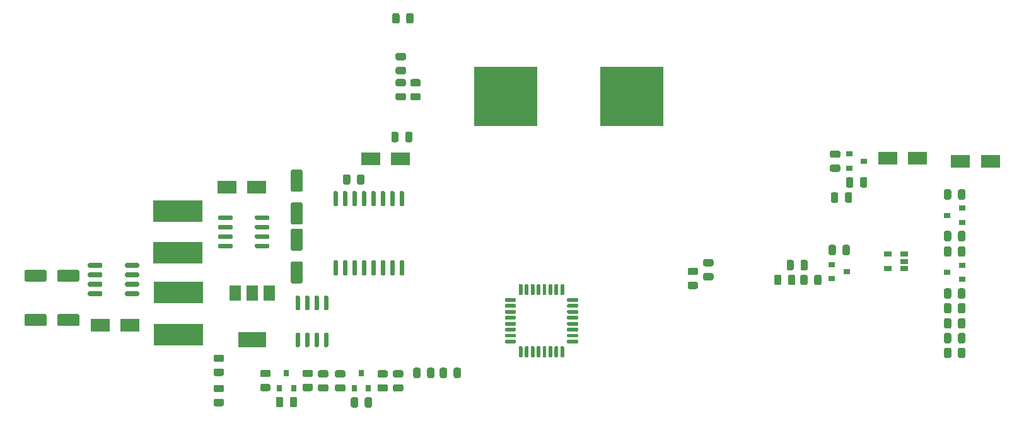
<source format=gbr>
G04 #@! TF.GenerationSoftware,KiCad,Pcbnew,(5.1.6)-1*
G04 #@! TF.CreationDate,2021-05-26T15:33:52+02:00*
G04 #@! TF.ProjectId,PowerSupplyPCB,506f7765-7253-4757-9070-6c795043422e,0.1*
G04 #@! TF.SameCoordinates,Original*
G04 #@! TF.FileFunction,Paste,Top*
G04 #@! TF.FilePolarity,Positive*
%FSLAX46Y46*%
G04 Gerber Fmt 4.6, Leading zero omitted, Abs format (unit mm)*
G04 Created by KiCad (PCBNEW (5.1.6)-1) date 2021-05-26 15:33:52*
%MOMM*%
%LPD*%
G01*
G04 APERTURE LIST*
%ADD10R,2.500000X1.800000*%
%ADD11R,6.600000X2.850000*%
%ADD12R,0.900000X0.800000*%
%ADD13R,3.800000X2.000000*%
%ADD14R,1.500000X2.000000*%
%ADD15R,8.500000X8.000000*%
%ADD16R,1.060000X0.650000*%
%ADD17R,0.800000X0.900000*%
G04 APERTURE END LIST*
G36*
G01*
X125402200Y-116663600D02*
X125702200Y-116663600D01*
G75*
G02*
X125852200Y-116813600I0J-150000D01*
G01*
X125852200Y-118463600D01*
G75*
G02*
X125702200Y-118613600I-150000J0D01*
G01*
X125402200Y-118613600D01*
G75*
G02*
X125252200Y-118463600I0J150000D01*
G01*
X125252200Y-116813600D01*
G75*
G02*
X125402200Y-116663600I150000J0D01*
G01*
G37*
G36*
G01*
X124132200Y-116663600D02*
X124432200Y-116663600D01*
G75*
G02*
X124582200Y-116813600I0J-150000D01*
G01*
X124582200Y-118463600D01*
G75*
G02*
X124432200Y-118613600I-150000J0D01*
G01*
X124132200Y-118613600D01*
G75*
G02*
X123982200Y-118463600I0J150000D01*
G01*
X123982200Y-116813600D01*
G75*
G02*
X124132200Y-116663600I150000J0D01*
G01*
G37*
G36*
G01*
X122862200Y-116663600D02*
X123162200Y-116663600D01*
G75*
G02*
X123312200Y-116813600I0J-150000D01*
G01*
X123312200Y-118463600D01*
G75*
G02*
X123162200Y-118613600I-150000J0D01*
G01*
X122862200Y-118613600D01*
G75*
G02*
X122712200Y-118463600I0J150000D01*
G01*
X122712200Y-116813600D01*
G75*
G02*
X122862200Y-116663600I150000J0D01*
G01*
G37*
G36*
G01*
X121592200Y-116663600D02*
X121892200Y-116663600D01*
G75*
G02*
X122042200Y-116813600I0J-150000D01*
G01*
X122042200Y-118463600D01*
G75*
G02*
X121892200Y-118613600I-150000J0D01*
G01*
X121592200Y-118613600D01*
G75*
G02*
X121442200Y-118463600I0J150000D01*
G01*
X121442200Y-116813600D01*
G75*
G02*
X121592200Y-116663600I150000J0D01*
G01*
G37*
G36*
G01*
X121592200Y-111713600D02*
X121892200Y-111713600D01*
G75*
G02*
X122042200Y-111863600I0J-150000D01*
G01*
X122042200Y-113513600D01*
G75*
G02*
X121892200Y-113663600I-150000J0D01*
G01*
X121592200Y-113663600D01*
G75*
G02*
X121442200Y-113513600I0J150000D01*
G01*
X121442200Y-111863600D01*
G75*
G02*
X121592200Y-111713600I150000J0D01*
G01*
G37*
G36*
G01*
X122862200Y-111713600D02*
X123162200Y-111713600D01*
G75*
G02*
X123312200Y-111863600I0J-150000D01*
G01*
X123312200Y-113513600D01*
G75*
G02*
X123162200Y-113663600I-150000J0D01*
G01*
X122862200Y-113663600D01*
G75*
G02*
X122712200Y-113513600I0J150000D01*
G01*
X122712200Y-111863600D01*
G75*
G02*
X122862200Y-111713600I150000J0D01*
G01*
G37*
G36*
G01*
X124132200Y-111713600D02*
X124432200Y-111713600D01*
G75*
G02*
X124582200Y-111863600I0J-150000D01*
G01*
X124582200Y-113513600D01*
G75*
G02*
X124432200Y-113663600I-150000J0D01*
G01*
X124132200Y-113663600D01*
G75*
G02*
X123982200Y-113513600I0J150000D01*
G01*
X123982200Y-111863600D01*
G75*
G02*
X124132200Y-111713600I150000J0D01*
G01*
G37*
G36*
G01*
X125402200Y-111713600D02*
X125702200Y-111713600D01*
G75*
G02*
X125852200Y-111863600I0J-150000D01*
G01*
X125852200Y-113513600D01*
G75*
G02*
X125702200Y-113663600I-150000J0D01*
G01*
X125402200Y-113663600D01*
G75*
G02*
X125252200Y-113513600I0J150000D01*
G01*
X125252200Y-111863600D01*
G75*
G02*
X125402200Y-111713600I150000J0D01*
G01*
G37*
G36*
G01*
X89447600Y-115510400D02*
X89447600Y-114410400D01*
G75*
G02*
X89697600Y-114160400I250000J0D01*
G01*
X92197600Y-114160400D01*
G75*
G02*
X92447600Y-114410400I0J-250000D01*
G01*
X92447600Y-115510400D01*
G75*
G02*
X92197600Y-115760400I-250000J0D01*
G01*
X89697600Y-115760400D01*
G75*
G02*
X89447600Y-115510400I0J250000D01*
G01*
G37*
G36*
G01*
X85047600Y-115510400D02*
X85047600Y-114410400D01*
G75*
G02*
X85297600Y-114160400I250000J0D01*
G01*
X87797600Y-114160400D01*
G75*
G02*
X88047600Y-114410400I0J-250000D01*
G01*
X88047600Y-115510400D01*
G75*
G02*
X87797600Y-115760400I-250000J0D01*
G01*
X85297600Y-115760400D01*
G75*
G02*
X85047600Y-115510400I0J250000D01*
G01*
G37*
G36*
G01*
X121065200Y-99150400D02*
X122165200Y-99150400D01*
G75*
G02*
X122415200Y-99400400I0J-250000D01*
G01*
X122415200Y-101900400D01*
G75*
G02*
X122165200Y-102150400I-250000J0D01*
G01*
X121065200Y-102150400D01*
G75*
G02*
X120815200Y-101900400I0J250000D01*
G01*
X120815200Y-99400400D01*
G75*
G02*
X121065200Y-99150400I250000J0D01*
G01*
G37*
G36*
G01*
X121065200Y-94750400D02*
X122165200Y-94750400D01*
G75*
G02*
X122415200Y-95000400I0J-250000D01*
G01*
X122415200Y-97500400D01*
G75*
G02*
X122165200Y-97750400I-250000J0D01*
G01*
X121065200Y-97750400D01*
G75*
G02*
X120815200Y-97500400I0J250000D01*
G01*
X120815200Y-95000400D01*
G75*
G02*
X121065200Y-94750400I250000J0D01*
G01*
G37*
G36*
G01*
X122165200Y-110075200D02*
X121065200Y-110075200D01*
G75*
G02*
X120815200Y-109825200I0J250000D01*
G01*
X120815200Y-107325200D01*
G75*
G02*
X121065200Y-107075200I250000J0D01*
G01*
X122165200Y-107075200D01*
G75*
G02*
X122415200Y-107325200I0J-250000D01*
G01*
X122415200Y-109825200D01*
G75*
G02*
X122165200Y-110075200I-250000J0D01*
G01*
G37*
G36*
G01*
X122165200Y-105675200D02*
X121065200Y-105675200D01*
G75*
G02*
X120815200Y-105425200I0J250000D01*
G01*
X120815200Y-102925200D01*
G75*
G02*
X121065200Y-102675200I250000J0D01*
G01*
X122165200Y-102675200D01*
G75*
G02*
X122415200Y-102925200I0J-250000D01*
G01*
X122415200Y-105425200D01*
G75*
G02*
X122165200Y-105675200I-250000J0D01*
G01*
G37*
G36*
G01*
X85047600Y-109566800D02*
X85047600Y-108466800D01*
G75*
G02*
X85297600Y-108216800I250000J0D01*
G01*
X87797600Y-108216800D01*
G75*
G02*
X88047600Y-108466800I0J-250000D01*
G01*
X88047600Y-109566800D01*
G75*
G02*
X87797600Y-109816800I-250000J0D01*
G01*
X85297600Y-109816800D01*
G75*
G02*
X85047600Y-109566800I0J250000D01*
G01*
G37*
G36*
G01*
X89447600Y-109566800D02*
X89447600Y-108466800D01*
G75*
G02*
X89697600Y-108216800I250000J0D01*
G01*
X92197600Y-108216800D01*
G75*
G02*
X92447600Y-108466800I0J-250000D01*
G01*
X92447600Y-109566800D01*
G75*
G02*
X92197600Y-109816800I-250000J0D01*
G01*
X89697600Y-109816800D01*
G75*
G02*
X89447600Y-109566800I0J250000D01*
G01*
G37*
G36*
G01*
X138022650Y-83573200D02*
X137110150Y-83573200D01*
G75*
G02*
X136866400Y-83329450I0J243750D01*
G01*
X136866400Y-82841950D01*
G75*
G02*
X137110150Y-82598200I243750J0D01*
G01*
X138022650Y-82598200D01*
G75*
G02*
X138266400Y-82841950I0J-243750D01*
G01*
X138266400Y-83329450D01*
G75*
G02*
X138022650Y-83573200I-243750J0D01*
G01*
G37*
G36*
G01*
X138022650Y-85448200D02*
X137110150Y-85448200D01*
G75*
G02*
X136866400Y-85204450I0J243750D01*
G01*
X136866400Y-84716950D01*
G75*
G02*
X137110150Y-84473200I243750J0D01*
G01*
X138022650Y-84473200D01*
G75*
G02*
X138266400Y-84716950I0J-243750D01*
G01*
X138266400Y-85204450D01*
G75*
G02*
X138022650Y-85448200I-243750J0D01*
G01*
G37*
G36*
G01*
X130685600Y-95631950D02*
X130685600Y-96544450D01*
G75*
G02*
X130441850Y-96788200I-243750J0D01*
G01*
X129954350Y-96788200D01*
G75*
G02*
X129710600Y-96544450I0J243750D01*
G01*
X129710600Y-95631950D01*
G75*
G02*
X129954350Y-95388200I243750J0D01*
G01*
X130441850Y-95388200D01*
G75*
G02*
X130685600Y-95631950I0J-243750D01*
G01*
G37*
G36*
G01*
X128810600Y-95631950D02*
X128810600Y-96544450D01*
G75*
G02*
X128566850Y-96788200I-243750J0D01*
G01*
X128079350Y-96788200D01*
G75*
G02*
X127835600Y-96544450I0J243750D01*
G01*
X127835600Y-95631950D01*
G75*
G02*
X128079350Y-95388200I243750J0D01*
G01*
X128566850Y-95388200D01*
G75*
G02*
X128810600Y-95631950I0J-243750D01*
G01*
G37*
G36*
G01*
X211381400Y-116942550D02*
X211381400Y-117855050D01*
G75*
G02*
X211137650Y-118098800I-243750J0D01*
G01*
X210650150Y-118098800D01*
G75*
G02*
X210406400Y-117855050I0J243750D01*
G01*
X210406400Y-116942550D01*
G75*
G02*
X210650150Y-116698800I243750J0D01*
G01*
X211137650Y-116698800D01*
G75*
G02*
X211381400Y-116942550I0J-243750D01*
G01*
G37*
G36*
G01*
X209506400Y-116942550D02*
X209506400Y-117855050D01*
G75*
G02*
X209262650Y-118098800I-243750J0D01*
G01*
X208775150Y-118098800D01*
G75*
G02*
X208531400Y-117855050I0J243750D01*
G01*
X208531400Y-116942550D01*
G75*
G02*
X208775150Y-116698800I243750J0D01*
G01*
X209262650Y-116698800D01*
G75*
G02*
X209506400Y-116942550I0J-243750D01*
G01*
G37*
G36*
G01*
X176429350Y-108654000D02*
X177341850Y-108654000D01*
G75*
G02*
X177585600Y-108897750I0J-243750D01*
G01*
X177585600Y-109385250D01*
G75*
G02*
X177341850Y-109629000I-243750J0D01*
G01*
X176429350Y-109629000D01*
G75*
G02*
X176185600Y-109385250I0J243750D01*
G01*
X176185600Y-108897750D01*
G75*
G02*
X176429350Y-108654000I243750J0D01*
G01*
G37*
G36*
G01*
X176429350Y-106779000D02*
X177341850Y-106779000D01*
G75*
G02*
X177585600Y-107022750I0J-243750D01*
G01*
X177585600Y-107510250D01*
G75*
G02*
X177341850Y-107754000I-243750J0D01*
G01*
X176429350Y-107754000D01*
G75*
G02*
X176185600Y-107510250I0J243750D01*
G01*
X176185600Y-107022750D01*
G75*
G02*
X176429350Y-106779000I243750J0D01*
G01*
G37*
G36*
G01*
X174346550Y-109822400D02*
X175259050Y-109822400D01*
G75*
G02*
X175502800Y-110066150I0J-243750D01*
G01*
X175502800Y-110553650D01*
G75*
G02*
X175259050Y-110797400I-243750J0D01*
G01*
X174346550Y-110797400D01*
G75*
G02*
X174102800Y-110553650I0J243750D01*
G01*
X174102800Y-110066150D01*
G75*
G02*
X174346550Y-109822400I243750J0D01*
G01*
G37*
G36*
G01*
X174346550Y-107947400D02*
X175259050Y-107947400D01*
G75*
G02*
X175502800Y-108191150I0J-243750D01*
G01*
X175502800Y-108678650D01*
G75*
G02*
X175259050Y-108922400I-243750J0D01*
G01*
X174346550Y-108922400D01*
G75*
G02*
X174102800Y-108678650I0J243750D01*
G01*
X174102800Y-108191150D01*
G75*
G02*
X174346550Y-107947400I243750J0D01*
G01*
G37*
D10*
X112249200Y-97078800D03*
X116249200Y-97078800D03*
X95231200Y-115620800D03*
X99231200Y-115620800D03*
X131578600Y-93294200D03*
X135578600Y-93294200D03*
X200996800Y-93256100D03*
X204996800Y-93256100D03*
D11*
X105664000Y-100299000D03*
X105664000Y-105949000D03*
X105765600Y-111271800D03*
X105765600Y-116921800D03*
D12*
X195799200Y-92674400D03*
X195799200Y-94574400D03*
X197799200Y-93624400D03*
X210956400Y-101838800D03*
X210956400Y-99938800D03*
X208956400Y-100888800D03*
X208956400Y-108559600D03*
X210956400Y-107609600D03*
X210956400Y-109509600D03*
X195462400Y-108458000D03*
X193462400Y-109408000D03*
X193462400Y-107508000D03*
G36*
G01*
X136041450Y-81943000D02*
X135128950Y-81943000D01*
G75*
G02*
X134885200Y-81699250I0J243750D01*
G01*
X134885200Y-81211750D01*
G75*
G02*
X135128950Y-80968000I243750J0D01*
G01*
X136041450Y-80968000D01*
G75*
G02*
X136285200Y-81211750I0J-243750D01*
G01*
X136285200Y-81699250D01*
G75*
G02*
X136041450Y-81943000I-243750J0D01*
G01*
G37*
G36*
G01*
X136041450Y-80068000D02*
X135128950Y-80068000D01*
G75*
G02*
X134885200Y-79824250I0J243750D01*
G01*
X134885200Y-79336750D01*
G75*
G02*
X135128950Y-79093000I243750J0D01*
G01*
X136041450Y-79093000D01*
G75*
G02*
X136285200Y-79336750I0J-243750D01*
G01*
X136285200Y-79824250D01*
G75*
G02*
X136041450Y-80068000I-243750J0D01*
G01*
G37*
G36*
G01*
X136041450Y-83573200D02*
X135128950Y-83573200D01*
G75*
G02*
X134885200Y-83329450I0J243750D01*
G01*
X134885200Y-82841950D01*
G75*
G02*
X135128950Y-82598200I243750J0D01*
G01*
X136041450Y-82598200D01*
G75*
G02*
X136285200Y-82841950I0J-243750D01*
G01*
X136285200Y-83329450D01*
G75*
G02*
X136041450Y-83573200I-243750J0D01*
G01*
G37*
G36*
G01*
X136041450Y-85448200D02*
X135128950Y-85448200D01*
G75*
G02*
X134885200Y-85204450I0J243750D01*
G01*
X134885200Y-84716950D01*
G75*
G02*
X135128950Y-84473200I243750J0D01*
G01*
X136041450Y-84473200D01*
G75*
G02*
X136285200Y-84716950I0J-243750D01*
G01*
X136285200Y-85204450D01*
G75*
G02*
X136041450Y-85448200I-243750J0D01*
G01*
G37*
G36*
G01*
X136314600Y-74890950D02*
X136314600Y-73978450D01*
G75*
G02*
X136558350Y-73734700I243750J0D01*
G01*
X137045850Y-73734700D01*
G75*
G02*
X137289600Y-73978450I0J-243750D01*
G01*
X137289600Y-74890950D01*
G75*
G02*
X137045850Y-75134700I-243750J0D01*
G01*
X136558350Y-75134700D01*
G75*
G02*
X136314600Y-74890950I0J243750D01*
G01*
G37*
G36*
G01*
X134439600Y-74890950D02*
X134439600Y-73978450D01*
G75*
G02*
X134683350Y-73734700I243750J0D01*
G01*
X135170850Y-73734700D01*
G75*
G02*
X135414600Y-73978450I0J-243750D01*
G01*
X135414600Y-74890950D01*
G75*
G02*
X135170850Y-75134700I-243750J0D01*
G01*
X134683350Y-75134700D01*
G75*
G02*
X134439600Y-74890950I0J243750D01*
G01*
G37*
G36*
G01*
X134312600Y-90829450D02*
X134312600Y-89916950D01*
G75*
G02*
X134556350Y-89673200I243750J0D01*
G01*
X135043850Y-89673200D01*
G75*
G02*
X135287600Y-89916950I0J-243750D01*
G01*
X135287600Y-90829450D01*
G75*
G02*
X135043850Y-91073200I-243750J0D01*
G01*
X134556350Y-91073200D01*
G75*
G02*
X134312600Y-90829450I0J243750D01*
G01*
G37*
G36*
G01*
X136187600Y-90829450D02*
X136187600Y-89916950D01*
G75*
G02*
X136431350Y-89673200I243750J0D01*
G01*
X136918850Y-89673200D01*
G75*
G02*
X137162600Y-89916950I0J-243750D01*
G01*
X137162600Y-90829450D01*
G75*
G02*
X136918850Y-91073200I-243750J0D01*
G01*
X136431350Y-91073200D01*
G75*
G02*
X136187600Y-90829450I0J243750D01*
G01*
G37*
G36*
G01*
X195374200Y-96925450D02*
X195374200Y-96012950D01*
G75*
G02*
X195617950Y-95769200I243750J0D01*
G01*
X196105450Y-95769200D01*
G75*
G02*
X196349200Y-96012950I0J-243750D01*
G01*
X196349200Y-96925450D01*
G75*
G02*
X196105450Y-97169200I-243750J0D01*
G01*
X195617950Y-97169200D01*
G75*
G02*
X195374200Y-96925450I0J243750D01*
G01*
G37*
G36*
G01*
X197249200Y-96925450D02*
X197249200Y-96012950D01*
G75*
G02*
X197492950Y-95769200I243750J0D01*
G01*
X197980450Y-95769200D01*
G75*
G02*
X198224200Y-96012950I0J-243750D01*
G01*
X198224200Y-96925450D01*
G75*
G02*
X197980450Y-97169200I-243750J0D01*
G01*
X197492950Y-97169200D01*
G75*
G02*
X197249200Y-96925450I0J243750D01*
G01*
G37*
G36*
G01*
X193447350Y-94074400D02*
X194359850Y-94074400D01*
G75*
G02*
X194603600Y-94318150I0J-243750D01*
G01*
X194603600Y-94805650D01*
G75*
G02*
X194359850Y-95049400I-243750J0D01*
G01*
X193447350Y-95049400D01*
G75*
G02*
X193203600Y-94805650I0J243750D01*
G01*
X193203600Y-94318150D01*
G75*
G02*
X193447350Y-94074400I243750J0D01*
G01*
G37*
G36*
G01*
X193447350Y-92199400D02*
X194359850Y-92199400D01*
G75*
G02*
X194603600Y-92443150I0J-243750D01*
G01*
X194603600Y-92930650D01*
G75*
G02*
X194359850Y-93174400I-243750J0D01*
G01*
X193447350Y-93174400D01*
G75*
G02*
X193203600Y-92930650I0J243750D01*
G01*
X193203600Y-92443150D01*
G75*
G02*
X193447350Y-92199400I243750J0D01*
G01*
G37*
G36*
G01*
X211381400Y-97638550D02*
X211381400Y-98551050D01*
G75*
G02*
X211137650Y-98794800I-243750J0D01*
G01*
X210650150Y-98794800D01*
G75*
G02*
X210406400Y-98551050I0J243750D01*
G01*
X210406400Y-97638550D01*
G75*
G02*
X210650150Y-97394800I243750J0D01*
G01*
X211137650Y-97394800D01*
G75*
G02*
X211381400Y-97638550I0J-243750D01*
G01*
G37*
G36*
G01*
X209506400Y-97638550D02*
X209506400Y-98551050D01*
G75*
G02*
X209262650Y-98794800I-243750J0D01*
G01*
X208775150Y-98794800D01*
G75*
G02*
X208531400Y-98551050I0J243750D01*
G01*
X208531400Y-97638550D01*
G75*
G02*
X208775150Y-97394800I243750J0D01*
G01*
X209262650Y-97394800D01*
G75*
G02*
X209506400Y-97638550I0J-243750D01*
G01*
G37*
G36*
G01*
X211381400Y-105309350D02*
X211381400Y-106221850D01*
G75*
G02*
X211137650Y-106465600I-243750J0D01*
G01*
X210650150Y-106465600D01*
G75*
G02*
X210406400Y-106221850I0J243750D01*
G01*
X210406400Y-105309350D01*
G75*
G02*
X210650150Y-105065600I243750J0D01*
G01*
X211137650Y-105065600D01*
G75*
G02*
X211381400Y-105309350I0J-243750D01*
G01*
G37*
G36*
G01*
X209506400Y-105309350D02*
X209506400Y-106221850D01*
G75*
G02*
X209262650Y-106465600I-243750J0D01*
G01*
X208775150Y-106465600D01*
G75*
G02*
X208531400Y-106221850I0J243750D01*
G01*
X208531400Y-105309350D01*
G75*
G02*
X208775150Y-105065600I243750J0D01*
G01*
X209262650Y-105065600D01*
G75*
G02*
X209506400Y-105309350I0J-243750D01*
G01*
G37*
G36*
G01*
X210406400Y-115873850D02*
X210406400Y-114961350D01*
G75*
G02*
X210650150Y-114717600I243750J0D01*
G01*
X211137650Y-114717600D01*
G75*
G02*
X211381400Y-114961350I0J-243750D01*
G01*
X211381400Y-115873850D01*
G75*
G02*
X211137650Y-116117600I-243750J0D01*
G01*
X210650150Y-116117600D01*
G75*
G02*
X210406400Y-115873850I0J243750D01*
G01*
G37*
G36*
G01*
X208531400Y-115873850D02*
X208531400Y-114961350D01*
G75*
G02*
X208775150Y-114717600I243750J0D01*
G01*
X209262650Y-114717600D01*
G75*
G02*
X209506400Y-114961350I0J-243750D01*
G01*
X209506400Y-115873850D01*
G75*
G02*
X209262650Y-116117600I-243750J0D01*
G01*
X208775150Y-116117600D01*
G75*
G02*
X208531400Y-115873850I0J243750D01*
G01*
G37*
G36*
G01*
X209506400Y-103226550D02*
X209506400Y-104139050D01*
G75*
G02*
X209262650Y-104382800I-243750J0D01*
G01*
X208775150Y-104382800D01*
G75*
G02*
X208531400Y-104139050I0J243750D01*
G01*
X208531400Y-103226550D01*
G75*
G02*
X208775150Y-102982800I243750J0D01*
G01*
X209262650Y-102982800D01*
G75*
G02*
X209506400Y-103226550I0J-243750D01*
G01*
G37*
G36*
G01*
X211381400Y-103226550D02*
X211381400Y-104139050D01*
G75*
G02*
X211137650Y-104382800I-243750J0D01*
G01*
X210650150Y-104382800D01*
G75*
G02*
X210406400Y-104139050I0J243750D01*
G01*
X210406400Y-103226550D01*
G75*
G02*
X210650150Y-102982800I243750J0D01*
G01*
X211137650Y-102982800D01*
G75*
G02*
X211381400Y-103226550I0J-243750D01*
G01*
G37*
G36*
G01*
X211381400Y-110948150D02*
X211381400Y-111860650D01*
G75*
G02*
X211137650Y-112104400I-243750J0D01*
G01*
X210650150Y-112104400D01*
G75*
G02*
X210406400Y-111860650I0J243750D01*
G01*
X210406400Y-110948150D01*
G75*
G02*
X210650150Y-110704400I243750J0D01*
G01*
X211137650Y-110704400D01*
G75*
G02*
X211381400Y-110948150I0J-243750D01*
G01*
G37*
G36*
G01*
X209506400Y-110948150D02*
X209506400Y-111860650D01*
G75*
G02*
X209262650Y-112104400I-243750J0D01*
G01*
X208775150Y-112104400D01*
G75*
G02*
X208531400Y-111860650I0J243750D01*
G01*
X208531400Y-110948150D01*
G75*
G02*
X208775150Y-110704400I243750J0D01*
G01*
X209262650Y-110704400D01*
G75*
G02*
X209506400Y-110948150I0J-243750D01*
G01*
G37*
G36*
G01*
X190248600Y-107138150D02*
X190248600Y-108050650D01*
G75*
G02*
X190004850Y-108294400I-243750J0D01*
G01*
X189517350Y-108294400D01*
G75*
G02*
X189273600Y-108050650I0J243750D01*
G01*
X189273600Y-107138150D01*
G75*
G02*
X189517350Y-106894400I243750J0D01*
G01*
X190004850Y-106894400D01*
G75*
G02*
X190248600Y-107138150I0J-243750D01*
G01*
G37*
G36*
G01*
X188373600Y-107138150D02*
X188373600Y-108050650D01*
G75*
G02*
X188129850Y-108294400I-243750J0D01*
G01*
X187642350Y-108294400D01*
G75*
G02*
X187398600Y-108050650I0J243750D01*
G01*
X187398600Y-107138150D01*
G75*
G02*
X187642350Y-106894400I243750J0D01*
G01*
X188129850Y-106894400D01*
G75*
G02*
X188373600Y-107138150I0J-243750D01*
G01*
G37*
G36*
G01*
X186697200Y-109119350D02*
X186697200Y-110031850D01*
G75*
G02*
X186453450Y-110275600I-243750J0D01*
G01*
X185965950Y-110275600D01*
G75*
G02*
X185722200Y-110031850I0J243750D01*
G01*
X185722200Y-109119350D01*
G75*
G02*
X185965950Y-108875600I243750J0D01*
G01*
X186453450Y-108875600D01*
G75*
G02*
X186697200Y-109119350I0J-243750D01*
G01*
G37*
G36*
G01*
X188572200Y-109119350D02*
X188572200Y-110031850D01*
G75*
G02*
X188328450Y-110275600I-243750J0D01*
G01*
X187840950Y-110275600D01*
G75*
G02*
X187597200Y-110031850I0J243750D01*
G01*
X187597200Y-109119350D01*
G75*
G02*
X187840950Y-108875600I243750J0D01*
G01*
X188328450Y-108875600D01*
G75*
G02*
X188572200Y-109119350I0J-243750D01*
G01*
G37*
G36*
G01*
X192077400Y-109119350D02*
X192077400Y-110031850D01*
G75*
G02*
X191833650Y-110275600I-243750J0D01*
G01*
X191346150Y-110275600D01*
G75*
G02*
X191102400Y-110031850I0J243750D01*
G01*
X191102400Y-109119350D01*
G75*
G02*
X191346150Y-108875600I243750J0D01*
G01*
X191833650Y-108875600D01*
G75*
G02*
X192077400Y-109119350I0J-243750D01*
G01*
G37*
G36*
G01*
X190202400Y-109119350D02*
X190202400Y-110031850D01*
G75*
G02*
X189958650Y-110275600I-243750J0D01*
G01*
X189471150Y-110275600D01*
G75*
G02*
X189227400Y-110031850I0J243750D01*
G01*
X189227400Y-109119350D01*
G75*
G02*
X189471150Y-108875600I243750J0D01*
G01*
X189958650Y-108875600D01*
G75*
G02*
X190202400Y-109119350I0J-243750D01*
G01*
G37*
G36*
G01*
X194012400Y-105106150D02*
X194012400Y-106018650D01*
G75*
G02*
X193768650Y-106262400I-243750J0D01*
G01*
X193281150Y-106262400D01*
G75*
G02*
X193037400Y-106018650I0J243750D01*
G01*
X193037400Y-105106150D01*
G75*
G02*
X193281150Y-104862400I243750J0D01*
G01*
X193768650Y-104862400D01*
G75*
G02*
X194012400Y-105106150I0J-243750D01*
G01*
G37*
G36*
G01*
X195887400Y-105106150D02*
X195887400Y-106018650D01*
G75*
G02*
X195643650Y-106262400I-243750J0D01*
G01*
X195156150Y-106262400D01*
G75*
G02*
X194912400Y-106018650I0J243750D01*
G01*
X194912400Y-105106150D01*
G75*
G02*
X195156150Y-104862400I243750J0D01*
G01*
X195643650Y-104862400D01*
G75*
G02*
X195887400Y-105106150I0J-243750D01*
G01*
G37*
G36*
G01*
X111053200Y-101369000D02*
X111053200Y-101069000D01*
G75*
G02*
X111203200Y-100919000I150000J0D01*
G01*
X112853200Y-100919000D01*
G75*
G02*
X113003200Y-101069000I0J-150000D01*
G01*
X113003200Y-101369000D01*
G75*
G02*
X112853200Y-101519000I-150000J0D01*
G01*
X111203200Y-101519000D01*
G75*
G02*
X111053200Y-101369000I0J150000D01*
G01*
G37*
G36*
G01*
X111053200Y-102639000D02*
X111053200Y-102339000D01*
G75*
G02*
X111203200Y-102189000I150000J0D01*
G01*
X112853200Y-102189000D01*
G75*
G02*
X113003200Y-102339000I0J-150000D01*
G01*
X113003200Y-102639000D01*
G75*
G02*
X112853200Y-102789000I-150000J0D01*
G01*
X111203200Y-102789000D01*
G75*
G02*
X111053200Y-102639000I0J150000D01*
G01*
G37*
G36*
G01*
X111053200Y-103909000D02*
X111053200Y-103609000D01*
G75*
G02*
X111203200Y-103459000I150000J0D01*
G01*
X112853200Y-103459000D01*
G75*
G02*
X113003200Y-103609000I0J-150000D01*
G01*
X113003200Y-103909000D01*
G75*
G02*
X112853200Y-104059000I-150000J0D01*
G01*
X111203200Y-104059000D01*
G75*
G02*
X111053200Y-103909000I0J150000D01*
G01*
G37*
G36*
G01*
X111053200Y-105179000D02*
X111053200Y-104879000D01*
G75*
G02*
X111203200Y-104729000I150000J0D01*
G01*
X112853200Y-104729000D01*
G75*
G02*
X113003200Y-104879000I0J-150000D01*
G01*
X113003200Y-105179000D01*
G75*
G02*
X112853200Y-105329000I-150000J0D01*
G01*
X111203200Y-105329000D01*
G75*
G02*
X111053200Y-105179000I0J150000D01*
G01*
G37*
G36*
G01*
X116003200Y-105179000D02*
X116003200Y-104879000D01*
G75*
G02*
X116153200Y-104729000I150000J0D01*
G01*
X117803200Y-104729000D01*
G75*
G02*
X117953200Y-104879000I0J-150000D01*
G01*
X117953200Y-105179000D01*
G75*
G02*
X117803200Y-105329000I-150000J0D01*
G01*
X116153200Y-105329000D01*
G75*
G02*
X116003200Y-105179000I0J150000D01*
G01*
G37*
G36*
G01*
X116003200Y-103909000D02*
X116003200Y-103609000D01*
G75*
G02*
X116153200Y-103459000I150000J0D01*
G01*
X117803200Y-103459000D01*
G75*
G02*
X117953200Y-103609000I0J-150000D01*
G01*
X117953200Y-103909000D01*
G75*
G02*
X117803200Y-104059000I-150000J0D01*
G01*
X116153200Y-104059000D01*
G75*
G02*
X116003200Y-103909000I0J150000D01*
G01*
G37*
G36*
G01*
X116003200Y-102639000D02*
X116003200Y-102339000D01*
G75*
G02*
X116153200Y-102189000I150000J0D01*
G01*
X117803200Y-102189000D01*
G75*
G02*
X117953200Y-102339000I0J-150000D01*
G01*
X117953200Y-102639000D01*
G75*
G02*
X117803200Y-102789000I-150000J0D01*
G01*
X116153200Y-102789000D01*
G75*
G02*
X116003200Y-102639000I0J150000D01*
G01*
G37*
G36*
G01*
X116003200Y-101369000D02*
X116003200Y-101069000D01*
G75*
G02*
X116153200Y-100919000I150000J0D01*
G01*
X117803200Y-100919000D01*
G75*
G02*
X117953200Y-101069000I0J-150000D01*
G01*
X117953200Y-101369000D01*
G75*
G02*
X117803200Y-101519000I-150000J0D01*
G01*
X116153200Y-101519000D01*
G75*
G02*
X116003200Y-101369000I0J150000D01*
G01*
G37*
G36*
G01*
X100478000Y-111279800D02*
X100478000Y-111579800D01*
G75*
G02*
X100328000Y-111729800I-150000J0D01*
G01*
X98678000Y-111729800D01*
G75*
G02*
X98528000Y-111579800I0J150000D01*
G01*
X98528000Y-111279800D01*
G75*
G02*
X98678000Y-111129800I150000J0D01*
G01*
X100328000Y-111129800D01*
G75*
G02*
X100478000Y-111279800I0J-150000D01*
G01*
G37*
G36*
G01*
X100478000Y-110009800D02*
X100478000Y-110309800D01*
G75*
G02*
X100328000Y-110459800I-150000J0D01*
G01*
X98678000Y-110459800D01*
G75*
G02*
X98528000Y-110309800I0J150000D01*
G01*
X98528000Y-110009800D01*
G75*
G02*
X98678000Y-109859800I150000J0D01*
G01*
X100328000Y-109859800D01*
G75*
G02*
X100478000Y-110009800I0J-150000D01*
G01*
G37*
G36*
G01*
X100478000Y-108739800D02*
X100478000Y-109039800D01*
G75*
G02*
X100328000Y-109189800I-150000J0D01*
G01*
X98678000Y-109189800D01*
G75*
G02*
X98528000Y-109039800I0J150000D01*
G01*
X98528000Y-108739800D01*
G75*
G02*
X98678000Y-108589800I150000J0D01*
G01*
X100328000Y-108589800D01*
G75*
G02*
X100478000Y-108739800I0J-150000D01*
G01*
G37*
G36*
G01*
X100478000Y-107469800D02*
X100478000Y-107769800D01*
G75*
G02*
X100328000Y-107919800I-150000J0D01*
G01*
X98678000Y-107919800D01*
G75*
G02*
X98528000Y-107769800I0J150000D01*
G01*
X98528000Y-107469800D01*
G75*
G02*
X98678000Y-107319800I150000J0D01*
G01*
X100328000Y-107319800D01*
G75*
G02*
X100478000Y-107469800I0J-150000D01*
G01*
G37*
G36*
G01*
X95528000Y-107469800D02*
X95528000Y-107769800D01*
G75*
G02*
X95378000Y-107919800I-150000J0D01*
G01*
X93728000Y-107919800D01*
G75*
G02*
X93578000Y-107769800I0J150000D01*
G01*
X93578000Y-107469800D01*
G75*
G02*
X93728000Y-107319800I150000J0D01*
G01*
X95378000Y-107319800D01*
G75*
G02*
X95528000Y-107469800I0J-150000D01*
G01*
G37*
G36*
G01*
X95528000Y-108739800D02*
X95528000Y-109039800D01*
G75*
G02*
X95378000Y-109189800I-150000J0D01*
G01*
X93728000Y-109189800D01*
G75*
G02*
X93578000Y-109039800I0J150000D01*
G01*
X93578000Y-108739800D01*
G75*
G02*
X93728000Y-108589800I150000J0D01*
G01*
X95378000Y-108589800D01*
G75*
G02*
X95528000Y-108739800I0J-150000D01*
G01*
G37*
G36*
G01*
X95528000Y-110009800D02*
X95528000Y-110309800D01*
G75*
G02*
X95378000Y-110459800I-150000J0D01*
G01*
X93728000Y-110459800D01*
G75*
G02*
X93578000Y-110309800I0J150000D01*
G01*
X93578000Y-110009800D01*
G75*
G02*
X93728000Y-109859800I150000J0D01*
G01*
X95378000Y-109859800D01*
G75*
G02*
X95528000Y-110009800I0J-150000D01*
G01*
G37*
G36*
G01*
X95528000Y-111279800D02*
X95528000Y-111579800D01*
G75*
G02*
X95378000Y-111729800I-150000J0D01*
G01*
X93728000Y-111729800D01*
G75*
G02*
X93578000Y-111579800I0J150000D01*
G01*
X93578000Y-111279800D01*
G75*
G02*
X93728000Y-111129800I150000J0D01*
G01*
X95378000Y-111129800D01*
G75*
G02*
X95528000Y-111279800I0J-150000D01*
G01*
G37*
G36*
G01*
X135587600Y-97652200D02*
X135887600Y-97652200D01*
G75*
G02*
X136037600Y-97802200I0J-150000D01*
G01*
X136037600Y-99552200D01*
G75*
G02*
X135887600Y-99702200I-150000J0D01*
G01*
X135587600Y-99702200D01*
G75*
G02*
X135437600Y-99552200I0J150000D01*
G01*
X135437600Y-97802200D01*
G75*
G02*
X135587600Y-97652200I150000J0D01*
G01*
G37*
G36*
G01*
X134317600Y-97652200D02*
X134617600Y-97652200D01*
G75*
G02*
X134767600Y-97802200I0J-150000D01*
G01*
X134767600Y-99552200D01*
G75*
G02*
X134617600Y-99702200I-150000J0D01*
G01*
X134317600Y-99702200D01*
G75*
G02*
X134167600Y-99552200I0J150000D01*
G01*
X134167600Y-97802200D01*
G75*
G02*
X134317600Y-97652200I150000J0D01*
G01*
G37*
G36*
G01*
X133047600Y-97652200D02*
X133347600Y-97652200D01*
G75*
G02*
X133497600Y-97802200I0J-150000D01*
G01*
X133497600Y-99552200D01*
G75*
G02*
X133347600Y-99702200I-150000J0D01*
G01*
X133047600Y-99702200D01*
G75*
G02*
X132897600Y-99552200I0J150000D01*
G01*
X132897600Y-97802200D01*
G75*
G02*
X133047600Y-97652200I150000J0D01*
G01*
G37*
G36*
G01*
X131777600Y-97652200D02*
X132077600Y-97652200D01*
G75*
G02*
X132227600Y-97802200I0J-150000D01*
G01*
X132227600Y-99552200D01*
G75*
G02*
X132077600Y-99702200I-150000J0D01*
G01*
X131777600Y-99702200D01*
G75*
G02*
X131627600Y-99552200I0J150000D01*
G01*
X131627600Y-97802200D01*
G75*
G02*
X131777600Y-97652200I150000J0D01*
G01*
G37*
G36*
G01*
X130507600Y-97652200D02*
X130807600Y-97652200D01*
G75*
G02*
X130957600Y-97802200I0J-150000D01*
G01*
X130957600Y-99552200D01*
G75*
G02*
X130807600Y-99702200I-150000J0D01*
G01*
X130507600Y-99702200D01*
G75*
G02*
X130357600Y-99552200I0J150000D01*
G01*
X130357600Y-97802200D01*
G75*
G02*
X130507600Y-97652200I150000J0D01*
G01*
G37*
G36*
G01*
X129237600Y-97652200D02*
X129537600Y-97652200D01*
G75*
G02*
X129687600Y-97802200I0J-150000D01*
G01*
X129687600Y-99552200D01*
G75*
G02*
X129537600Y-99702200I-150000J0D01*
G01*
X129237600Y-99702200D01*
G75*
G02*
X129087600Y-99552200I0J150000D01*
G01*
X129087600Y-97802200D01*
G75*
G02*
X129237600Y-97652200I150000J0D01*
G01*
G37*
G36*
G01*
X127967600Y-97652200D02*
X128267600Y-97652200D01*
G75*
G02*
X128417600Y-97802200I0J-150000D01*
G01*
X128417600Y-99552200D01*
G75*
G02*
X128267600Y-99702200I-150000J0D01*
G01*
X127967600Y-99702200D01*
G75*
G02*
X127817600Y-99552200I0J150000D01*
G01*
X127817600Y-97802200D01*
G75*
G02*
X127967600Y-97652200I150000J0D01*
G01*
G37*
G36*
G01*
X126697600Y-97652200D02*
X126997600Y-97652200D01*
G75*
G02*
X127147600Y-97802200I0J-150000D01*
G01*
X127147600Y-99552200D01*
G75*
G02*
X126997600Y-99702200I-150000J0D01*
G01*
X126697600Y-99702200D01*
G75*
G02*
X126547600Y-99552200I0J150000D01*
G01*
X126547600Y-97802200D01*
G75*
G02*
X126697600Y-97652200I150000J0D01*
G01*
G37*
G36*
G01*
X126697600Y-106952200D02*
X126997600Y-106952200D01*
G75*
G02*
X127147600Y-107102200I0J-150000D01*
G01*
X127147600Y-108852200D01*
G75*
G02*
X126997600Y-109002200I-150000J0D01*
G01*
X126697600Y-109002200D01*
G75*
G02*
X126547600Y-108852200I0J150000D01*
G01*
X126547600Y-107102200D01*
G75*
G02*
X126697600Y-106952200I150000J0D01*
G01*
G37*
G36*
G01*
X127967600Y-106952200D02*
X128267600Y-106952200D01*
G75*
G02*
X128417600Y-107102200I0J-150000D01*
G01*
X128417600Y-108852200D01*
G75*
G02*
X128267600Y-109002200I-150000J0D01*
G01*
X127967600Y-109002200D01*
G75*
G02*
X127817600Y-108852200I0J150000D01*
G01*
X127817600Y-107102200D01*
G75*
G02*
X127967600Y-106952200I150000J0D01*
G01*
G37*
G36*
G01*
X129237600Y-106952200D02*
X129537600Y-106952200D01*
G75*
G02*
X129687600Y-107102200I0J-150000D01*
G01*
X129687600Y-108852200D01*
G75*
G02*
X129537600Y-109002200I-150000J0D01*
G01*
X129237600Y-109002200D01*
G75*
G02*
X129087600Y-108852200I0J150000D01*
G01*
X129087600Y-107102200D01*
G75*
G02*
X129237600Y-106952200I150000J0D01*
G01*
G37*
G36*
G01*
X130507600Y-106952200D02*
X130807600Y-106952200D01*
G75*
G02*
X130957600Y-107102200I0J-150000D01*
G01*
X130957600Y-108852200D01*
G75*
G02*
X130807600Y-109002200I-150000J0D01*
G01*
X130507600Y-109002200D01*
G75*
G02*
X130357600Y-108852200I0J150000D01*
G01*
X130357600Y-107102200D01*
G75*
G02*
X130507600Y-106952200I150000J0D01*
G01*
G37*
G36*
G01*
X131777600Y-106952200D02*
X132077600Y-106952200D01*
G75*
G02*
X132227600Y-107102200I0J-150000D01*
G01*
X132227600Y-108852200D01*
G75*
G02*
X132077600Y-109002200I-150000J0D01*
G01*
X131777600Y-109002200D01*
G75*
G02*
X131627600Y-108852200I0J150000D01*
G01*
X131627600Y-107102200D01*
G75*
G02*
X131777600Y-106952200I150000J0D01*
G01*
G37*
G36*
G01*
X133047600Y-106952200D02*
X133347600Y-106952200D01*
G75*
G02*
X133497600Y-107102200I0J-150000D01*
G01*
X133497600Y-108852200D01*
G75*
G02*
X133347600Y-109002200I-150000J0D01*
G01*
X133047600Y-109002200D01*
G75*
G02*
X132897600Y-108852200I0J150000D01*
G01*
X132897600Y-107102200D01*
G75*
G02*
X133047600Y-106952200I150000J0D01*
G01*
G37*
G36*
G01*
X134317600Y-106952200D02*
X134617600Y-106952200D01*
G75*
G02*
X134767600Y-107102200I0J-150000D01*
G01*
X134767600Y-108852200D01*
G75*
G02*
X134617600Y-109002200I-150000J0D01*
G01*
X134317600Y-109002200D01*
G75*
G02*
X134167600Y-108852200I0J150000D01*
G01*
X134167600Y-107102200D01*
G75*
G02*
X134317600Y-106952200I150000J0D01*
G01*
G37*
G36*
G01*
X135587600Y-106952200D02*
X135887600Y-106952200D01*
G75*
G02*
X136037600Y-107102200I0J-150000D01*
G01*
X136037600Y-108852200D01*
G75*
G02*
X135887600Y-109002200I-150000J0D01*
G01*
X135587600Y-109002200D01*
G75*
G02*
X135437600Y-108852200I0J150000D01*
G01*
X135437600Y-107102200D01*
G75*
G02*
X135587600Y-106952200I150000J0D01*
G01*
G37*
D13*
X115620800Y-117602400D03*
D14*
X115620800Y-111302400D03*
X113320800Y-111302400D03*
X117920800Y-111302400D03*
G36*
G01*
X149557800Y-112387000D02*
X149557800Y-112137000D01*
G75*
G02*
X149682800Y-112012000I125000J0D01*
G01*
X150932800Y-112012000D01*
G75*
G02*
X151057800Y-112137000I0J-125000D01*
G01*
X151057800Y-112387000D01*
G75*
G02*
X150932800Y-112512000I-125000J0D01*
G01*
X149682800Y-112512000D01*
G75*
G02*
X149557800Y-112387000I0J125000D01*
G01*
G37*
G36*
G01*
X149557800Y-113187000D02*
X149557800Y-112937000D01*
G75*
G02*
X149682800Y-112812000I125000J0D01*
G01*
X150932800Y-112812000D01*
G75*
G02*
X151057800Y-112937000I0J-125000D01*
G01*
X151057800Y-113187000D01*
G75*
G02*
X150932800Y-113312000I-125000J0D01*
G01*
X149682800Y-113312000D01*
G75*
G02*
X149557800Y-113187000I0J125000D01*
G01*
G37*
G36*
G01*
X149557800Y-113987000D02*
X149557800Y-113737000D01*
G75*
G02*
X149682800Y-113612000I125000J0D01*
G01*
X150932800Y-113612000D01*
G75*
G02*
X151057800Y-113737000I0J-125000D01*
G01*
X151057800Y-113987000D01*
G75*
G02*
X150932800Y-114112000I-125000J0D01*
G01*
X149682800Y-114112000D01*
G75*
G02*
X149557800Y-113987000I0J125000D01*
G01*
G37*
G36*
G01*
X149557800Y-114787000D02*
X149557800Y-114537000D01*
G75*
G02*
X149682800Y-114412000I125000J0D01*
G01*
X150932800Y-114412000D01*
G75*
G02*
X151057800Y-114537000I0J-125000D01*
G01*
X151057800Y-114787000D01*
G75*
G02*
X150932800Y-114912000I-125000J0D01*
G01*
X149682800Y-114912000D01*
G75*
G02*
X149557800Y-114787000I0J125000D01*
G01*
G37*
G36*
G01*
X149557800Y-115587000D02*
X149557800Y-115337000D01*
G75*
G02*
X149682800Y-115212000I125000J0D01*
G01*
X150932800Y-115212000D01*
G75*
G02*
X151057800Y-115337000I0J-125000D01*
G01*
X151057800Y-115587000D01*
G75*
G02*
X150932800Y-115712000I-125000J0D01*
G01*
X149682800Y-115712000D01*
G75*
G02*
X149557800Y-115587000I0J125000D01*
G01*
G37*
G36*
G01*
X149557800Y-116387000D02*
X149557800Y-116137000D01*
G75*
G02*
X149682800Y-116012000I125000J0D01*
G01*
X150932800Y-116012000D01*
G75*
G02*
X151057800Y-116137000I0J-125000D01*
G01*
X151057800Y-116387000D01*
G75*
G02*
X150932800Y-116512000I-125000J0D01*
G01*
X149682800Y-116512000D01*
G75*
G02*
X149557800Y-116387000I0J125000D01*
G01*
G37*
G36*
G01*
X149557800Y-117187000D02*
X149557800Y-116937000D01*
G75*
G02*
X149682800Y-116812000I125000J0D01*
G01*
X150932800Y-116812000D01*
G75*
G02*
X151057800Y-116937000I0J-125000D01*
G01*
X151057800Y-117187000D01*
G75*
G02*
X150932800Y-117312000I-125000J0D01*
G01*
X149682800Y-117312000D01*
G75*
G02*
X149557800Y-117187000I0J125000D01*
G01*
G37*
G36*
G01*
X149557800Y-117987000D02*
X149557800Y-117737000D01*
G75*
G02*
X149682800Y-117612000I125000J0D01*
G01*
X150932800Y-117612000D01*
G75*
G02*
X151057800Y-117737000I0J-125000D01*
G01*
X151057800Y-117987000D01*
G75*
G02*
X150932800Y-118112000I-125000J0D01*
G01*
X149682800Y-118112000D01*
G75*
G02*
X149557800Y-117987000I0J125000D01*
G01*
G37*
G36*
G01*
X151432800Y-119862000D02*
X151432800Y-118612000D01*
G75*
G02*
X151557800Y-118487000I125000J0D01*
G01*
X151807800Y-118487000D01*
G75*
G02*
X151932800Y-118612000I0J-125000D01*
G01*
X151932800Y-119862000D01*
G75*
G02*
X151807800Y-119987000I-125000J0D01*
G01*
X151557800Y-119987000D01*
G75*
G02*
X151432800Y-119862000I0J125000D01*
G01*
G37*
G36*
G01*
X152232800Y-119862000D02*
X152232800Y-118612000D01*
G75*
G02*
X152357800Y-118487000I125000J0D01*
G01*
X152607800Y-118487000D01*
G75*
G02*
X152732800Y-118612000I0J-125000D01*
G01*
X152732800Y-119862000D01*
G75*
G02*
X152607800Y-119987000I-125000J0D01*
G01*
X152357800Y-119987000D01*
G75*
G02*
X152232800Y-119862000I0J125000D01*
G01*
G37*
G36*
G01*
X153032800Y-119862000D02*
X153032800Y-118612000D01*
G75*
G02*
X153157800Y-118487000I125000J0D01*
G01*
X153407800Y-118487000D01*
G75*
G02*
X153532800Y-118612000I0J-125000D01*
G01*
X153532800Y-119862000D01*
G75*
G02*
X153407800Y-119987000I-125000J0D01*
G01*
X153157800Y-119987000D01*
G75*
G02*
X153032800Y-119862000I0J125000D01*
G01*
G37*
G36*
G01*
X153832800Y-119862000D02*
X153832800Y-118612000D01*
G75*
G02*
X153957800Y-118487000I125000J0D01*
G01*
X154207800Y-118487000D01*
G75*
G02*
X154332800Y-118612000I0J-125000D01*
G01*
X154332800Y-119862000D01*
G75*
G02*
X154207800Y-119987000I-125000J0D01*
G01*
X153957800Y-119987000D01*
G75*
G02*
X153832800Y-119862000I0J125000D01*
G01*
G37*
G36*
G01*
X154632800Y-119862000D02*
X154632800Y-118612000D01*
G75*
G02*
X154757800Y-118487000I125000J0D01*
G01*
X155007800Y-118487000D01*
G75*
G02*
X155132800Y-118612000I0J-125000D01*
G01*
X155132800Y-119862000D01*
G75*
G02*
X155007800Y-119987000I-125000J0D01*
G01*
X154757800Y-119987000D01*
G75*
G02*
X154632800Y-119862000I0J125000D01*
G01*
G37*
G36*
G01*
X155432800Y-119862000D02*
X155432800Y-118612000D01*
G75*
G02*
X155557800Y-118487000I125000J0D01*
G01*
X155807800Y-118487000D01*
G75*
G02*
X155932800Y-118612000I0J-125000D01*
G01*
X155932800Y-119862000D01*
G75*
G02*
X155807800Y-119987000I-125000J0D01*
G01*
X155557800Y-119987000D01*
G75*
G02*
X155432800Y-119862000I0J125000D01*
G01*
G37*
G36*
G01*
X156232800Y-119862000D02*
X156232800Y-118612000D01*
G75*
G02*
X156357800Y-118487000I125000J0D01*
G01*
X156607800Y-118487000D01*
G75*
G02*
X156732800Y-118612000I0J-125000D01*
G01*
X156732800Y-119862000D01*
G75*
G02*
X156607800Y-119987000I-125000J0D01*
G01*
X156357800Y-119987000D01*
G75*
G02*
X156232800Y-119862000I0J125000D01*
G01*
G37*
G36*
G01*
X157032800Y-119862000D02*
X157032800Y-118612000D01*
G75*
G02*
X157157800Y-118487000I125000J0D01*
G01*
X157407800Y-118487000D01*
G75*
G02*
X157532800Y-118612000I0J-125000D01*
G01*
X157532800Y-119862000D01*
G75*
G02*
X157407800Y-119987000I-125000J0D01*
G01*
X157157800Y-119987000D01*
G75*
G02*
X157032800Y-119862000I0J125000D01*
G01*
G37*
G36*
G01*
X157907800Y-117987000D02*
X157907800Y-117737000D01*
G75*
G02*
X158032800Y-117612000I125000J0D01*
G01*
X159282800Y-117612000D01*
G75*
G02*
X159407800Y-117737000I0J-125000D01*
G01*
X159407800Y-117987000D01*
G75*
G02*
X159282800Y-118112000I-125000J0D01*
G01*
X158032800Y-118112000D01*
G75*
G02*
X157907800Y-117987000I0J125000D01*
G01*
G37*
G36*
G01*
X157907800Y-117187000D02*
X157907800Y-116937000D01*
G75*
G02*
X158032800Y-116812000I125000J0D01*
G01*
X159282800Y-116812000D01*
G75*
G02*
X159407800Y-116937000I0J-125000D01*
G01*
X159407800Y-117187000D01*
G75*
G02*
X159282800Y-117312000I-125000J0D01*
G01*
X158032800Y-117312000D01*
G75*
G02*
X157907800Y-117187000I0J125000D01*
G01*
G37*
G36*
G01*
X157907800Y-116387000D02*
X157907800Y-116137000D01*
G75*
G02*
X158032800Y-116012000I125000J0D01*
G01*
X159282800Y-116012000D01*
G75*
G02*
X159407800Y-116137000I0J-125000D01*
G01*
X159407800Y-116387000D01*
G75*
G02*
X159282800Y-116512000I-125000J0D01*
G01*
X158032800Y-116512000D01*
G75*
G02*
X157907800Y-116387000I0J125000D01*
G01*
G37*
G36*
G01*
X157907800Y-115587000D02*
X157907800Y-115337000D01*
G75*
G02*
X158032800Y-115212000I125000J0D01*
G01*
X159282800Y-115212000D01*
G75*
G02*
X159407800Y-115337000I0J-125000D01*
G01*
X159407800Y-115587000D01*
G75*
G02*
X159282800Y-115712000I-125000J0D01*
G01*
X158032800Y-115712000D01*
G75*
G02*
X157907800Y-115587000I0J125000D01*
G01*
G37*
G36*
G01*
X157907800Y-114787000D02*
X157907800Y-114537000D01*
G75*
G02*
X158032800Y-114412000I125000J0D01*
G01*
X159282800Y-114412000D01*
G75*
G02*
X159407800Y-114537000I0J-125000D01*
G01*
X159407800Y-114787000D01*
G75*
G02*
X159282800Y-114912000I-125000J0D01*
G01*
X158032800Y-114912000D01*
G75*
G02*
X157907800Y-114787000I0J125000D01*
G01*
G37*
G36*
G01*
X157907800Y-113987000D02*
X157907800Y-113737000D01*
G75*
G02*
X158032800Y-113612000I125000J0D01*
G01*
X159282800Y-113612000D01*
G75*
G02*
X159407800Y-113737000I0J-125000D01*
G01*
X159407800Y-113987000D01*
G75*
G02*
X159282800Y-114112000I-125000J0D01*
G01*
X158032800Y-114112000D01*
G75*
G02*
X157907800Y-113987000I0J125000D01*
G01*
G37*
G36*
G01*
X157907800Y-113187000D02*
X157907800Y-112937000D01*
G75*
G02*
X158032800Y-112812000I125000J0D01*
G01*
X159282800Y-112812000D01*
G75*
G02*
X159407800Y-112937000I0J-125000D01*
G01*
X159407800Y-113187000D01*
G75*
G02*
X159282800Y-113312000I-125000J0D01*
G01*
X158032800Y-113312000D01*
G75*
G02*
X157907800Y-113187000I0J125000D01*
G01*
G37*
G36*
G01*
X157907800Y-112387000D02*
X157907800Y-112137000D01*
G75*
G02*
X158032800Y-112012000I125000J0D01*
G01*
X159282800Y-112012000D01*
G75*
G02*
X159407800Y-112137000I0J-125000D01*
G01*
X159407800Y-112387000D01*
G75*
G02*
X159282800Y-112512000I-125000J0D01*
G01*
X158032800Y-112512000D01*
G75*
G02*
X157907800Y-112387000I0J125000D01*
G01*
G37*
G36*
G01*
X157032800Y-111512000D02*
X157032800Y-110262000D01*
G75*
G02*
X157157800Y-110137000I125000J0D01*
G01*
X157407800Y-110137000D01*
G75*
G02*
X157532800Y-110262000I0J-125000D01*
G01*
X157532800Y-111512000D01*
G75*
G02*
X157407800Y-111637000I-125000J0D01*
G01*
X157157800Y-111637000D01*
G75*
G02*
X157032800Y-111512000I0J125000D01*
G01*
G37*
G36*
G01*
X156232800Y-111512000D02*
X156232800Y-110262000D01*
G75*
G02*
X156357800Y-110137000I125000J0D01*
G01*
X156607800Y-110137000D01*
G75*
G02*
X156732800Y-110262000I0J-125000D01*
G01*
X156732800Y-111512000D01*
G75*
G02*
X156607800Y-111637000I-125000J0D01*
G01*
X156357800Y-111637000D01*
G75*
G02*
X156232800Y-111512000I0J125000D01*
G01*
G37*
G36*
G01*
X155432800Y-111512000D02*
X155432800Y-110262000D01*
G75*
G02*
X155557800Y-110137000I125000J0D01*
G01*
X155807800Y-110137000D01*
G75*
G02*
X155932800Y-110262000I0J-125000D01*
G01*
X155932800Y-111512000D01*
G75*
G02*
X155807800Y-111637000I-125000J0D01*
G01*
X155557800Y-111637000D01*
G75*
G02*
X155432800Y-111512000I0J125000D01*
G01*
G37*
G36*
G01*
X154632800Y-111512000D02*
X154632800Y-110262000D01*
G75*
G02*
X154757800Y-110137000I125000J0D01*
G01*
X155007800Y-110137000D01*
G75*
G02*
X155132800Y-110262000I0J-125000D01*
G01*
X155132800Y-111512000D01*
G75*
G02*
X155007800Y-111637000I-125000J0D01*
G01*
X154757800Y-111637000D01*
G75*
G02*
X154632800Y-111512000I0J125000D01*
G01*
G37*
G36*
G01*
X153832800Y-111512000D02*
X153832800Y-110262000D01*
G75*
G02*
X153957800Y-110137000I125000J0D01*
G01*
X154207800Y-110137000D01*
G75*
G02*
X154332800Y-110262000I0J-125000D01*
G01*
X154332800Y-111512000D01*
G75*
G02*
X154207800Y-111637000I-125000J0D01*
G01*
X153957800Y-111637000D01*
G75*
G02*
X153832800Y-111512000I0J125000D01*
G01*
G37*
G36*
G01*
X153032800Y-111512000D02*
X153032800Y-110262000D01*
G75*
G02*
X153157800Y-110137000I125000J0D01*
G01*
X153407800Y-110137000D01*
G75*
G02*
X153532800Y-110262000I0J-125000D01*
G01*
X153532800Y-111512000D01*
G75*
G02*
X153407800Y-111637000I-125000J0D01*
G01*
X153157800Y-111637000D01*
G75*
G02*
X153032800Y-111512000I0J125000D01*
G01*
G37*
G36*
G01*
X152232800Y-111512000D02*
X152232800Y-110262000D01*
G75*
G02*
X152357800Y-110137000I125000J0D01*
G01*
X152607800Y-110137000D01*
G75*
G02*
X152732800Y-110262000I0J-125000D01*
G01*
X152732800Y-111512000D01*
G75*
G02*
X152607800Y-111637000I-125000J0D01*
G01*
X152357800Y-111637000D01*
G75*
G02*
X152232800Y-111512000I0J125000D01*
G01*
G37*
G36*
G01*
X151432800Y-111512000D02*
X151432800Y-110262000D01*
G75*
G02*
X151557800Y-110137000I125000J0D01*
G01*
X151807800Y-110137000D01*
G75*
G02*
X151932800Y-110262000I0J-125000D01*
G01*
X151932800Y-111512000D01*
G75*
G02*
X151807800Y-111637000I-125000J0D01*
G01*
X151557800Y-111637000D01*
G75*
G02*
X151432800Y-111512000I0J125000D01*
G01*
G37*
D15*
X149644100Y-84912200D03*
X166644100Y-84912200D03*
G36*
G01*
X196192200Y-98044950D02*
X196192200Y-98957450D01*
G75*
G02*
X195948450Y-99201200I-243750J0D01*
G01*
X195460950Y-99201200D01*
G75*
G02*
X195217200Y-98957450I0J243750D01*
G01*
X195217200Y-98044950D01*
G75*
G02*
X195460950Y-97801200I243750J0D01*
G01*
X195948450Y-97801200D01*
G75*
G02*
X196192200Y-98044950I0J-243750D01*
G01*
G37*
G36*
G01*
X194317200Y-98044950D02*
X194317200Y-98957450D01*
G75*
G02*
X194073450Y-99201200I-243750J0D01*
G01*
X193585950Y-99201200D01*
G75*
G02*
X193342200Y-98957450I0J243750D01*
G01*
X193342200Y-98044950D01*
G75*
G02*
X193585950Y-97801200I243750J0D01*
G01*
X194073450Y-97801200D01*
G75*
G02*
X194317200Y-98044950I0J-243750D01*
G01*
G37*
D16*
X203182400Y-108036400D03*
X203182400Y-107086400D03*
X203182400Y-106136400D03*
X200982400Y-106136400D03*
X200982400Y-108036400D03*
G36*
G01*
X211381400Y-118923750D02*
X211381400Y-119836250D01*
G75*
G02*
X211137650Y-120080000I-243750J0D01*
G01*
X210650150Y-120080000D01*
G75*
G02*
X210406400Y-119836250I0J243750D01*
G01*
X210406400Y-118923750D01*
G75*
G02*
X210650150Y-118680000I243750J0D01*
G01*
X211137650Y-118680000D01*
G75*
G02*
X211381400Y-118923750I0J-243750D01*
G01*
G37*
G36*
G01*
X209506400Y-118923750D02*
X209506400Y-119836250D01*
G75*
G02*
X209262650Y-120080000I-243750J0D01*
G01*
X208775150Y-120080000D01*
G75*
G02*
X208531400Y-119836250I0J243750D01*
G01*
X208531400Y-118923750D01*
G75*
G02*
X208775150Y-118680000I243750J0D01*
G01*
X209262650Y-118680000D01*
G75*
G02*
X209506400Y-118923750I0J-243750D01*
G01*
G37*
G36*
G01*
X208531400Y-113841850D02*
X208531400Y-112929350D01*
G75*
G02*
X208775150Y-112685600I243750J0D01*
G01*
X209262650Y-112685600D01*
G75*
G02*
X209506400Y-112929350I0J-243750D01*
G01*
X209506400Y-113841850D01*
G75*
G02*
X209262650Y-114085600I-243750J0D01*
G01*
X208775150Y-114085600D01*
G75*
G02*
X208531400Y-113841850I0J243750D01*
G01*
G37*
G36*
G01*
X210406400Y-113841850D02*
X210406400Y-112929350D01*
G75*
G02*
X210650150Y-112685600I243750J0D01*
G01*
X211137650Y-112685600D01*
G75*
G02*
X211381400Y-112929350I0J-243750D01*
G01*
X211381400Y-113841850D01*
G75*
G02*
X211137650Y-114085600I-243750J0D01*
G01*
X210650150Y-114085600D01*
G75*
G02*
X210406400Y-113841850I0J243750D01*
G01*
G37*
G36*
G01*
X139134000Y-122528650D02*
X139134000Y-121616150D01*
G75*
G02*
X139377750Y-121372400I243750J0D01*
G01*
X139865250Y-121372400D01*
G75*
G02*
X140109000Y-121616150I0J-243750D01*
G01*
X140109000Y-122528650D01*
G75*
G02*
X139865250Y-122772400I-243750J0D01*
G01*
X139377750Y-122772400D01*
G75*
G02*
X139134000Y-122528650I0J243750D01*
G01*
G37*
G36*
G01*
X137259000Y-122528650D02*
X137259000Y-121616150D01*
G75*
G02*
X137502750Y-121372400I243750J0D01*
G01*
X137990250Y-121372400D01*
G75*
G02*
X138234000Y-121616150I0J-243750D01*
G01*
X138234000Y-122528650D01*
G75*
G02*
X137990250Y-122772400I-243750J0D01*
G01*
X137502750Y-122772400D01*
G75*
G02*
X137259000Y-122528650I0J243750D01*
G01*
G37*
G36*
G01*
X143665000Y-121616150D02*
X143665000Y-122528650D01*
G75*
G02*
X143421250Y-122772400I-243750J0D01*
G01*
X142933750Y-122772400D01*
G75*
G02*
X142690000Y-122528650I0J243750D01*
G01*
X142690000Y-121616150D01*
G75*
G02*
X142933750Y-121372400I243750J0D01*
G01*
X143421250Y-121372400D01*
G75*
G02*
X143665000Y-121616150I0J-243750D01*
G01*
G37*
G36*
G01*
X141790000Y-121616150D02*
X141790000Y-122528650D01*
G75*
G02*
X141546250Y-122772400I-243750J0D01*
G01*
X141058750Y-122772400D01*
G75*
G02*
X140815000Y-122528650I0J243750D01*
G01*
X140815000Y-121616150D01*
G75*
G02*
X141058750Y-121372400I243750J0D01*
G01*
X141546250Y-121372400D01*
G75*
G02*
X141790000Y-121616150I0J-243750D01*
G01*
G37*
G36*
G01*
X111606650Y-126545400D02*
X110694150Y-126545400D01*
G75*
G02*
X110450400Y-126301650I0J243750D01*
G01*
X110450400Y-125814150D01*
G75*
G02*
X110694150Y-125570400I243750J0D01*
G01*
X111606650Y-125570400D01*
G75*
G02*
X111850400Y-125814150I0J-243750D01*
G01*
X111850400Y-126301650D01*
G75*
G02*
X111606650Y-126545400I-243750J0D01*
G01*
G37*
G36*
G01*
X111606650Y-124670400D02*
X110694150Y-124670400D01*
G75*
G02*
X110450400Y-124426650I0J243750D01*
G01*
X110450400Y-123939150D01*
G75*
G02*
X110694150Y-123695400I243750J0D01*
G01*
X111606650Y-123695400D01*
G75*
G02*
X111850400Y-123939150I0J-243750D01*
G01*
X111850400Y-124426650D01*
G75*
G02*
X111606650Y-124670400I-243750J0D01*
G01*
G37*
G36*
G01*
X133603050Y-122689200D02*
X132690550Y-122689200D01*
G75*
G02*
X132446800Y-122445450I0J243750D01*
G01*
X132446800Y-121957950D01*
G75*
G02*
X132690550Y-121714200I243750J0D01*
G01*
X133603050Y-121714200D01*
G75*
G02*
X133846800Y-121957950I0J-243750D01*
G01*
X133846800Y-122445450D01*
G75*
G02*
X133603050Y-122689200I-243750J0D01*
G01*
G37*
G36*
G01*
X133603050Y-124564200D02*
X132690550Y-124564200D01*
G75*
G02*
X132446800Y-124320450I0J243750D01*
G01*
X132446800Y-123832950D01*
G75*
G02*
X132690550Y-123589200I243750J0D01*
G01*
X133603050Y-123589200D01*
G75*
G02*
X133846800Y-123832950I0J-243750D01*
G01*
X133846800Y-124320450D01*
G75*
G02*
X133603050Y-124564200I-243750J0D01*
G01*
G37*
G36*
G01*
X123544650Y-124513400D02*
X122632150Y-124513400D01*
G75*
G02*
X122388400Y-124269650I0J243750D01*
G01*
X122388400Y-123782150D01*
G75*
G02*
X122632150Y-123538400I243750J0D01*
G01*
X123544650Y-123538400D01*
G75*
G02*
X123788400Y-123782150I0J-243750D01*
G01*
X123788400Y-124269650D01*
G75*
G02*
X123544650Y-124513400I-243750J0D01*
G01*
G37*
G36*
G01*
X123544650Y-122638400D02*
X122632150Y-122638400D01*
G75*
G02*
X122388400Y-122394650I0J243750D01*
G01*
X122388400Y-121907150D01*
G75*
G02*
X122632150Y-121663400I243750J0D01*
G01*
X123544650Y-121663400D01*
G75*
G02*
X123788400Y-121907150I0J-243750D01*
G01*
X123788400Y-122394650D01*
G75*
G02*
X123544650Y-122638400I-243750J0D01*
G01*
G37*
D17*
X129352000Y-124139200D03*
X131252000Y-124139200D03*
X130302000Y-122139200D03*
X120243600Y-122088400D03*
X121193600Y-124088400D03*
X119293600Y-124088400D03*
G36*
G01*
X111606650Y-122481400D02*
X110694150Y-122481400D01*
G75*
G02*
X110450400Y-122237650I0J243750D01*
G01*
X110450400Y-121750150D01*
G75*
G02*
X110694150Y-121506400I243750J0D01*
G01*
X111606650Y-121506400D01*
G75*
G02*
X111850400Y-121750150I0J-243750D01*
G01*
X111850400Y-122237650D01*
G75*
G02*
X111606650Y-122481400I-243750J0D01*
G01*
G37*
G36*
G01*
X111606650Y-120606400D02*
X110694150Y-120606400D01*
G75*
G02*
X110450400Y-120362650I0J243750D01*
G01*
X110450400Y-119875150D01*
G75*
G02*
X110694150Y-119631400I243750J0D01*
G01*
X111606650Y-119631400D01*
G75*
G02*
X111850400Y-119875150I0J-243750D01*
G01*
X111850400Y-120362650D01*
G75*
G02*
X111606650Y-120606400I-243750J0D01*
G01*
G37*
G36*
G01*
X127913450Y-122689200D02*
X127000950Y-122689200D01*
G75*
G02*
X126757200Y-122445450I0J243750D01*
G01*
X126757200Y-121957950D01*
G75*
G02*
X127000950Y-121714200I243750J0D01*
G01*
X127913450Y-121714200D01*
G75*
G02*
X128157200Y-121957950I0J-243750D01*
G01*
X128157200Y-122445450D01*
G75*
G02*
X127913450Y-122689200I-243750J0D01*
G01*
G37*
G36*
G01*
X127913450Y-124564200D02*
X127000950Y-124564200D01*
G75*
G02*
X126757200Y-124320450I0J243750D01*
G01*
X126757200Y-123832950D01*
G75*
G02*
X127000950Y-123589200I243750J0D01*
G01*
X127913450Y-123589200D01*
G75*
G02*
X128157200Y-123832950I0J-243750D01*
G01*
X128157200Y-124320450D01*
G75*
G02*
X127913450Y-124564200I-243750J0D01*
G01*
G37*
G36*
G01*
X117855050Y-124513400D02*
X116942550Y-124513400D01*
G75*
G02*
X116698800Y-124269650I0J243750D01*
G01*
X116698800Y-123782150D01*
G75*
G02*
X116942550Y-123538400I243750J0D01*
G01*
X117855050Y-123538400D01*
G75*
G02*
X118098800Y-123782150I0J-243750D01*
G01*
X118098800Y-124269650D01*
G75*
G02*
X117855050Y-124513400I-243750J0D01*
G01*
G37*
G36*
G01*
X117855050Y-122638400D02*
X116942550Y-122638400D01*
G75*
G02*
X116698800Y-122394650I0J243750D01*
G01*
X116698800Y-121907150D01*
G75*
G02*
X116942550Y-121663400I243750J0D01*
G01*
X117855050Y-121663400D01*
G75*
G02*
X118098800Y-121907150I0J-243750D01*
G01*
X118098800Y-122394650D01*
G75*
G02*
X117855050Y-122638400I-243750J0D01*
G01*
G37*
G36*
G01*
X130752000Y-126491050D02*
X130752000Y-125578550D01*
G75*
G02*
X130995750Y-125334800I243750J0D01*
G01*
X131483250Y-125334800D01*
G75*
G02*
X131727000Y-125578550I0J-243750D01*
G01*
X131727000Y-126491050D01*
G75*
G02*
X131483250Y-126734800I-243750J0D01*
G01*
X130995750Y-126734800D01*
G75*
G02*
X130752000Y-126491050I0J243750D01*
G01*
G37*
G36*
G01*
X128877000Y-126491050D02*
X128877000Y-125578550D01*
G75*
G02*
X129120750Y-125334800I243750J0D01*
G01*
X129608250Y-125334800D01*
G75*
G02*
X129852000Y-125578550I0J-243750D01*
G01*
X129852000Y-126491050D01*
G75*
G02*
X129608250Y-126734800I-243750J0D01*
G01*
X129120750Y-126734800D01*
G75*
G02*
X128877000Y-126491050I0J243750D01*
G01*
G37*
G36*
G01*
X134773350Y-123589200D02*
X135685850Y-123589200D01*
G75*
G02*
X135929600Y-123832950I0J-243750D01*
G01*
X135929600Y-124320450D01*
G75*
G02*
X135685850Y-124564200I-243750J0D01*
G01*
X134773350Y-124564200D01*
G75*
G02*
X134529600Y-124320450I0J243750D01*
G01*
X134529600Y-123832950D01*
G75*
G02*
X134773350Y-123589200I243750J0D01*
G01*
G37*
G36*
G01*
X134773350Y-121714200D02*
X135685850Y-121714200D01*
G75*
G02*
X135929600Y-121957950I0J-243750D01*
G01*
X135929600Y-122445450D01*
G75*
G02*
X135685850Y-122689200I-243750J0D01*
G01*
X134773350Y-122689200D01*
G75*
G02*
X134529600Y-122445450I0J243750D01*
G01*
X134529600Y-121957950D01*
G75*
G02*
X134773350Y-121714200I243750J0D01*
G01*
G37*
G36*
G01*
X118818600Y-126440250D02*
X118818600Y-125527750D01*
G75*
G02*
X119062350Y-125284000I243750J0D01*
G01*
X119549850Y-125284000D01*
G75*
G02*
X119793600Y-125527750I0J-243750D01*
G01*
X119793600Y-126440250D01*
G75*
G02*
X119549850Y-126684000I-243750J0D01*
G01*
X119062350Y-126684000D01*
G75*
G02*
X118818600Y-126440250I0J243750D01*
G01*
G37*
G36*
G01*
X120693600Y-126440250D02*
X120693600Y-125527750D01*
G75*
G02*
X120937350Y-125284000I243750J0D01*
G01*
X121424850Y-125284000D01*
G75*
G02*
X121668600Y-125527750I0J-243750D01*
G01*
X121668600Y-126440250D01*
G75*
G02*
X121424850Y-126684000I-243750J0D01*
G01*
X120937350Y-126684000D01*
G75*
G02*
X120693600Y-126440250I0J243750D01*
G01*
G37*
G36*
G01*
X124714950Y-121714200D02*
X125627450Y-121714200D01*
G75*
G02*
X125871200Y-121957950I0J-243750D01*
G01*
X125871200Y-122445450D01*
G75*
G02*
X125627450Y-122689200I-243750J0D01*
G01*
X124714950Y-122689200D01*
G75*
G02*
X124471200Y-122445450I0J243750D01*
G01*
X124471200Y-121957950D01*
G75*
G02*
X124714950Y-121714200I243750J0D01*
G01*
G37*
G36*
G01*
X124714950Y-123589200D02*
X125627450Y-123589200D01*
G75*
G02*
X125871200Y-123832950I0J-243750D01*
G01*
X125871200Y-124320450D01*
G75*
G02*
X125627450Y-124564200I-243750J0D01*
G01*
X124714950Y-124564200D01*
G75*
G02*
X124471200Y-124320450I0J243750D01*
G01*
X124471200Y-123832950D01*
G75*
G02*
X124714950Y-123589200I243750J0D01*
G01*
G37*
D10*
X210750400Y-93675200D03*
X214750400Y-93675200D03*
M02*

</source>
